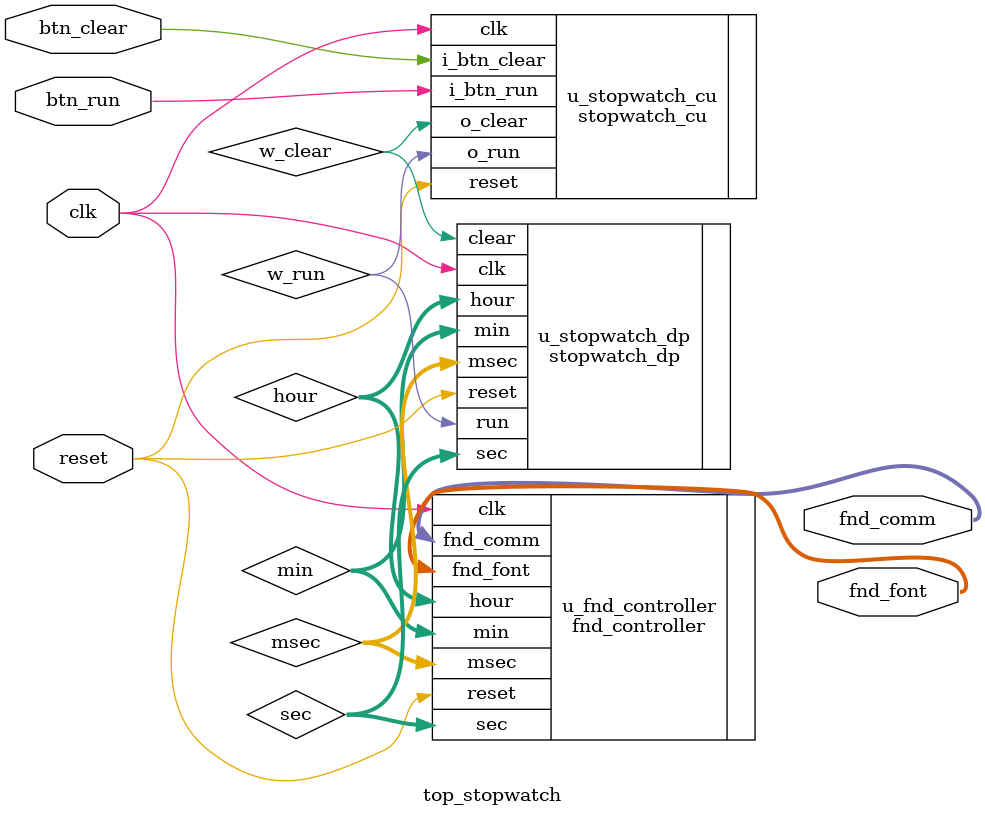
<source format=v>
`timescale 1ns / 1ps

module top_stopwatch(
    input clk,
    input reset,
    input btn_run,
    input btn_clear,
    output [3:0] fnd_comm,
    output [7:0] fnd_font
    );

    wire w_run, w_clear;
    wire [7:0] msec, sec, min, hour;

    stopwatch_dp u_stopwatch_dp(
        .clk(clk),
        .reset(reset),
        .run(w_run),
        .clear(w_clear),
        .msec(msec),
        .sec(sec),
        .min(min),
        .hour(hour)
    );

    stopwatch_cu u_stopwatch_cu(
        .clk(clk),
        .reset(reset),
        .i_btn_run(btn_run),
        .i_btn_clear(btn_clear),
        .o_run(w_run),
        .o_clear(w_clear)
    );

    fnd_controller u_fnd_controller(
        .clk(clk),
        .reset(reset),
        .msec(msec),
        .sec(sec),
        .min(min),
        .hour(hour),
        .fnd_font(fnd_font),
        .fnd_comm(fnd_comm)
    );
endmodule

</source>
